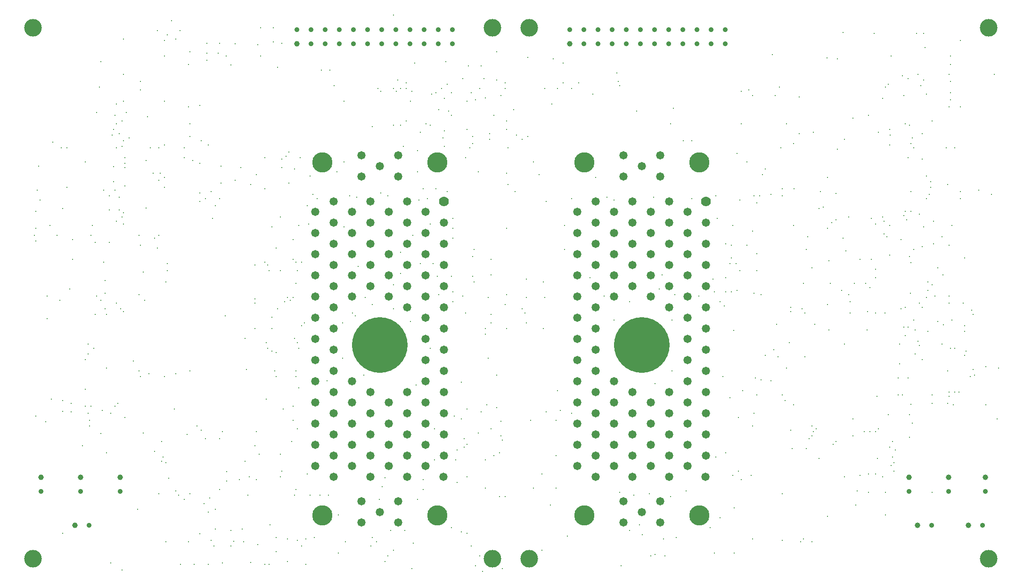
<source format=gbr>
G04 Generated by Ultiboard 14.2 *
%FSLAX24Y24*%
%MOIN*%

%ADD10C,0.0001*%
%ADD11C,0.1250*%
%ADD12C,0.1430*%
%ADD13C,0.3937*%
%ADD14C,0.0580*%
%ADD15C,0.0700*%
%ADD16C,0.0350*%
%ADD17C,0.0392*%
%ADD18C,0.0118*%


G04 ColorRGB 000000 for the following layer *
%LNDrill-Copper Top-Copper Bottom*%
%LPD*%
G54D11*
X1200Y38800D03*
X36300Y38800D03*
X68800Y38800D03*
X33700Y38800D03*
X68800Y1200D03*
X33700Y1200D03*
X36300Y1200D03*
X1200Y1200D03*
G54D12*
X40190Y29250D03*
X48310Y29250D03*
X40190Y4250D03*
X48310Y4250D03*
X21650Y29250D03*
X29770Y29250D03*
X21650Y4250D03*
X29770Y4250D03*
G54D13*
X44250Y16325D03*
X25710Y16325D03*
G54D14*
X48800Y14500D03*
X47500Y13750D03*
X47500Y7750D03*
X48750Y7000D03*
X47500Y9250D03*
X46200Y13000D03*
X48800Y13000D03*
X48800Y19000D03*
X48800Y25000D03*
X44900Y7750D03*
X45550Y5250D03*
X45550Y3750D03*
X44900Y10750D03*
X44900Y9250D03*
X44900Y12250D03*
X44250Y29000D03*
X45550Y29750D03*
X45550Y28250D03*
X43600Y13000D03*
X43600Y11500D03*
X44250Y4500D03*
X42950Y29750D03*
X42950Y28250D03*
X39700Y7750D03*
X42950Y3750D03*
X39700Y13750D03*
X39700Y10750D03*
X39700Y9250D03*
X39700Y12250D03*
X39700Y16750D03*
X39700Y15250D03*
X39700Y18250D03*
X39700Y19750D03*
X44900Y19750D03*
X47500Y19750D03*
X41000Y20500D03*
X43600Y20500D03*
X39700Y21250D03*
X44900Y21250D03*
X47500Y21250D03*
X41000Y22000D03*
X43600Y22000D03*
X46200Y22000D03*
X39700Y22750D03*
X42300Y22750D03*
X44900Y22750D03*
X41000Y23500D03*
X43600Y23500D03*
X39700Y24250D03*
X42300Y24250D03*
X44900Y24250D03*
X41000Y25000D03*
X43600Y25000D03*
X39700Y25750D03*
X42300Y25750D03*
X44900Y25750D03*
X47500Y25750D03*
X43600Y26500D03*
X41000Y26500D03*
X41000Y14500D03*
X42300Y13750D03*
X41000Y13000D03*
X41000Y11500D03*
X42300Y12250D03*
X41000Y17500D03*
X41000Y16000D03*
X48800Y20500D03*
X47500Y15250D03*
X47500Y16750D03*
X48800Y17500D03*
X48800Y16000D03*
X48800Y23500D03*
X48800Y22000D03*
X41000Y19000D03*
X42300Y19750D03*
X46200Y19000D03*
X47500Y18250D03*
X46200Y20500D03*
X42300Y21250D03*
X47500Y22750D03*
X46200Y23500D03*
X47500Y24250D03*
X46200Y25000D03*
X46200Y26500D03*
X43600Y10000D03*
X43600Y8500D03*
X43600Y7000D03*
X42300Y7750D03*
X41000Y8500D03*
X41000Y7000D03*
X41000Y10000D03*
X42300Y10750D03*
X42300Y9250D03*
X48800Y8500D03*
X46200Y8500D03*
X46200Y7000D03*
X47500Y10750D03*
X47500Y12250D03*
X46200Y11500D03*
X46200Y10000D03*
X48800Y11500D03*
X48800Y10000D03*
X42950Y5250D03*
X30260Y13000D03*
X30260Y14500D03*
X28960Y13750D03*
X28960Y7750D03*
X30210Y7000D03*
X28960Y9250D03*
X27660Y13000D03*
X30260Y19000D03*
X30260Y25000D03*
X26360Y7750D03*
X27010Y5250D03*
X27010Y3750D03*
X26360Y10750D03*
X26360Y9250D03*
X26360Y12250D03*
X25710Y29000D03*
X27010Y29750D03*
X27010Y28250D03*
X25060Y13000D03*
X25060Y11500D03*
X25710Y4500D03*
X24410Y29750D03*
X24410Y28250D03*
X21160Y7750D03*
X24410Y3750D03*
X21160Y13750D03*
X21160Y10750D03*
X21160Y9250D03*
X21160Y12250D03*
X21160Y16750D03*
X21160Y15250D03*
X21160Y18250D03*
X21160Y19750D03*
X26360Y19750D03*
X28960Y19750D03*
X22460Y20500D03*
X25060Y20500D03*
X21160Y21250D03*
X26360Y21250D03*
X28960Y21250D03*
X22460Y22000D03*
X25060Y22000D03*
X27660Y22000D03*
X21160Y22750D03*
X23760Y22750D03*
X26360Y22750D03*
X22460Y23500D03*
X25060Y23500D03*
X21160Y24250D03*
X23760Y24250D03*
X26360Y24250D03*
X22460Y25000D03*
X25060Y25000D03*
X21160Y25750D03*
X23760Y25750D03*
X26360Y25750D03*
X28960Y25750D03*
X25060Y26500D03*
X22460Y26500D03*
X22460Y14500D03*
X23760Y13750D03*
X22460Y13000D03*
X22460Y11500D03*
X23760Y12250D03*
X22460Y17500D03*
X22460Y16000D03*
X30260Y20500D03*
X28960Y15250D03*
X28960Y16750D03*
X30260Y17500D03*
X30260Y16000D03*
X30260Y23500D03*
X30260Y22000D03*
X22460Y19000D03*
X23760Y19750D03*
X27660Y19000D03*
X28960Y18250D03*
X27660Y20500D03*
X23760Y21250D03*
X28960Y22750D03*
X27660Y23500D03*
X28960Y24250D03*
X27660Y25000D03*
X27660Y26500D03*
X25060Y10000D03*
X25060Y8500D03*
X25060Y7000D03*
X23760Y7750D03*
X22460Y8500D03*
X22460Y7000D03*
X22460Y10000D03*
X23760Y10750D03*
X23760Y9250D03*
X30260Y8500D03*
X27660Y8500D03*
X27660Y7000D03*
X28960Y10750D03*
X28960Y12250D03*
X27660Y11500D03*
X27660Y10000D03*
X30260Y11500D03*
X30260Y10000D03*
X24410Y5250D03*
G54D15*
X48800Y26500D03*
X30260Y26500D03*
G54D16*
X45140Y37660D03*
X45140Y38660D03*
X39140Y38660D03*
X42140Y37660D03*
X42140Y38660D03*
X41140Y37660D03*
X40140Y37660D03*
X40140Y38660D03*
X41140Y38660D03*
X43140Y37660D03*
X44140Y37660D03*
X43140Y38660D03*
X44140Y38660D03*
X48140Y37660D03*
X48140Y38660D03*
X46140Y37660D03*
X47140Y37660D03*
X47140Y38660D03*
X46140Y38660D03*
X49140Y37660D03*
X50140Y37660D03*
X50140Y38660D03*
X49140Y38660D03*
X25860Y37660D03*
X25860Y38660D03*
X19860Y38660D03*
X22860Y37660D03*
X22860Y38660D03*
X21860Y37660D03*
X20860Y37660D03*
X20860Y38660D03*
X21860Y38660D03*
X23860Y37660D03*
X24860Y37660D03*
X23860Y38660D03*
X24860Y38660D03*
X28860Y37660D03*
X28860Y38660D03*
X26860Y37660D03*
X27860Y37660D03*
X27860Y38660D03*
X26860Y38660D03*
X29860Y37660D03*
X30860Y37660D03*
X30860Y38660D03*
X29860Y38660D03*
X5140Y3540D03*
X4540Y5940D03*
X7340Y5940D03*
X1740Y5940D03*
X64740Y3540D03*
X68340Y3540D03*
X63140Y5940D03*
X65940Y5940D03*
X68540Y5940D03*
G54D17*
X39140Y37660D03*
X19860Y37660D03*
X4140Y3540D03*
X4540Y6940D03*
X7340Y6940D03*
X1740Y6940D03*
X63740Y3540D03*
X67340Y3540D03*
X63140Y6940D03*
X65940Y6940D03*
X68540Y6940D03*
G54D18*
X30300Y33800D03*
X33800Y32600D03*
X33182Y33818D03*
X33800Y8500D03*
X11300Y14300D03*
X12300Y14500D03*
X8800Y14100D03*
X8700Y14500D03*
X19800Y14500D03*
X18400Y15800D03*
X17800Y16100D03*
X19900Y16500D03*
X24200Y21900D03*
X5100Y15700D03*
X5500Y16100D03*
X22100Y5700D03*
X5100Y16400D03*
X21500Y5700D03*
X17900Y21600D03*
X18700Y21600D03*
X19900Y21600D03*
X10100Y28000D03*
X9700Y28500D03*
X62000Y8400D03*
X64200Y35100D03*
X66100Y35000D03*
X66000Y35500D03*
X43700Y5700D03*
X59200Y11100D03*
X66100Y34200D03*
X62700Y35400D03*
X42600Y35000D03*
X39800Y34900D03*
X38700Y34900D03*
X38500Y11700D03*
X39300Y11500D03*
X52600Y26900D03*
X64500Y20800D03*
X49300Y21000D03*
X59000Y19400D03*
X49800Y19400D03*
X12300Y32000D03*
X27400Y30400D03*
X11300Y6000D03*
X11500Y5700D03*
X11900Y5400D03*
X17600Y800D03*
X12200Y2400D03*
X16580Y920D03*
X12300Y5800D03*
X14100Y3300D03*
X13000Y2950D03*
X14100Y4700D03*
X13600Y4500D03*
X20500Y2600D03*
X19900Y2500D03*
X20500Y800D03*
X16488Y7000D03*
X13100Y10300D03*
X10600Y2400D03*
X12800Y10600D03*
X8600Y4700D03*
X19200Y2600D03*
X19200Y1000D03*
X12600Y800D03*
X28600Y31400D03*
X30800Y21200D03*
X32400Y20800D03*
X31600Y19800D03*
X32300Y21200D03*
X32300Y22600D03*
X7500Y400D03*
X20200Y2100D03*
X25100Y2100D03*
X32175Y2100D03*
X19800Y20700D03*
X10600Y20800D03*
X10100Y24100D03*
X11606Y800D03*
X17100Y2200D03*
X17900Y800D03*
X14000Y2100D03*
X31600Y35200D03*
X59000Y18600D03*
X9800Y23900D03*
X19700Y16800D03*
X16200Y16800D03*
X26300Y26900D03*
X21000Y27000D03*
X20800Y28300D03*
X17000Y28400D03*
X12500Y29400D03*
X18800Y28900D03*
X52100Y10600D03*
X61700Y11400D03*
X63200Y11400D03*
X66800Y26700D03*
X64400Y26700D03*
X52400Y22800D03*
X52400Y26400D03*
X50200Y20100D03*
X49400Y20100D03*
X63100Y35200D03*
X55800Y18600D03*
X26100Y1000D03*
X1300Y24099D03*
X2900Y24100D03*
X5300Y24100D03*
X45900Y1400D03*
X8700Y24100D03*
X46300Y5600D03*
X63800Y35500D03*
X64200Y38400D03*
X69400Y11100D03*
X69500Y14700D03*
X68600Y12100D03*
X68600Y14800D03*
X69200Y35500D03*
X45800Y2600D03*
X44100Y3600D03*
X63100Y29600D03*
X54100Y30300D03*
X50600Y23400D03*
X50600Y22500D03*
X58900Y19900D03*
X55000Y24800D03*
X50700Y24800D03*
X64600Y27000D03*
X66800Y27200D03*
X69000Y27000D03*
X49400Y1600D03*
X50800Y1600D03*
X16196Y8100D03*
X6700Y900D03*
X34700Y17500D03*
X37400Y19700D03*
X55000Y30600D03*
X29800Y21200D03*
X38800Y24800D03*
X38800Y23100D03*
X17700Y16500D03*
X57500Y22300D03*
X48300Y19800D03*
X45500Y20300D03*
X60100Y20700D03*
X57482Y17400D03*
X50739Y17361D03*
X32100Y30300D03*
X32400Y23100D03*
X33300Y12100D03*
X64400Y28300D03*
X28400Y30100D03*
X37300Y17500D03*
X37300Y20800D03*
X43400Y19400D03*
X24700Y19700D03*
X18300Y14500D03*
X52200Y11500D03*
X36100Y19700D03*
X36100Y21000D03*
X10199Y28499D03*
X6900Y27900D03*
X23200Y24700D03*
X23200Y29300D03*
X34700Y19900D03*
X64200Y24700D03*
X9500Y30300D03*
X31800Y29600D03*
X30800Y32600D03*
X66800Y37900D03*
X64400Y19700D03*
X66000Y19800D03*
X33600Y18500D03*
X33600Y21300D03*
X29700Y27400D03*
X29300Y31900D03*
X25200Y31800D03*
X60500Y22400D03*
X27500Y3200D03*
X28800Y6100D03*
X13000Y26500D03*
X51191Y21600D03*
X52700Y19900D03*
X50600Y20100D03*
X14600Y900D03*
X60800Y21100D03*
X60400Y20400D03*
X57600Y20700D03*
X57400Y19200D03*
X45700Y21300D03*
X50499Y22099D03*
X27900Y18000D03*
X55013Y27400D03*
X29500Y22100D03*
X41600Y19800D03*
X3300Y12400D03*
X3300Y11612D03*
X50100Y19100D03*
X64100Y23300D03*
X4000Y22400D03*
X6200Y22200D03*
X13600Y30500D03*
X3600Y27500D03*
X6700Y11500D03*
X13400Y26700D03*
X34000Y37100D03*
X51000Y20200D03*
X59300Y20700D03*
X46400Y14500D03*
X14268Y37000D03*
X42300Y18100D03*
X50200Y21100D03*
X7700Y29200D03*
X6200Y27300D03*
X18800Y37700D03*
X7600Y25700D03*
X10500Y36800D03*
X21600Y35800D03*
X6300Y18900D03*
X6100Y11700D03*
X31900Y3000D03*
X49100Y3400D03*
X30800Y3400D03*
X6400Y14700D03*
X37900Y33400D03*
X64000Y34700D03*
X23200Y33600D03*
X27900Y33600D03*
X9200Y29400D03*
X50200Y8700D03*
X42800Y700D03*
X20600Y7200D03*
X25200Y2700D03*
X39000Y2800D03*
X18500Y18900D03*
X44300Y2900D03*
X66400Y16100D03*
X58600Y30900D03*
X61900Y36800D03*
X18400Y1700D03*
X59200Y32400D03*
X29400Y34100D03*
X19700Y28800D03*
X11600Y38600D03*
X15500Y28000D03*
X17600Y29600D03*
X23300Y2400D03*
X30500Y34800D03*
X40800Y34100D03*
X31200Y6600D03*
X8300Y15200D03*
X46300Y32000D03*
X19300Y27800D03*
X64400Y34100D03*
X46500Y33100D03*
X56800Y26000D03*
X7700Y28900D03*
X17600Y27400D03*
X45200Y1500D03*
X3300Y3000D03*
X51700Y23400D03*
X56400Y31400D03*
X37200Y1800D03*
X2400Y24800D03*
X7700Y29600D03*
X11300Y38000D03*
X53400Y27000D03*
X50200Y23500D03*
X18800Y29500D03*
X36200Y36700D03*
X36200Y31100D03*
X33000Y300D03*
X15900Y28900D03*
X35400Y31200D03*
X35200Y33000D03*
X28400Y5400D03*
X42500Y35600D03*
X27600Y34900D03*
X4900Y29300D03*
X53800Y17800D03*
X53700Y34000D03*
X27000Y35100D03*
X30800Y34200D03*
X32200Y34200D03*
X43900Y32900D03*
X2500Y12500D03*
X19600Y23800D03*
X57100Y26100D03*
X7000Y27300D03*
X22500Y34700D03*
X11000Y39300D03*
X38200Y6200D03*
X47400Y6000D03*
X18700Y7000D03*
X25500Y2400D03*
X43400Y3200D03*
X16600Y27700D03*
X13400Y9700D03*
X32800Y1400D03*
X13800Y27200D03*
X26700Y39700D03*
X47200Y30800D03*
X65500Y24000D03*
X63300Y30600D03*
X51300Y32000D03*
X34700Y31600D03*
X32300Y31100D03*
X55900Y9000D03*
X57400Y4200D03*
X49500Y8400D03*
X49800Y4100D03*
X23100Y15400D03*
X28050Y24100D03*
X6600Y23600D03*
X51000Y29900D03*
X53000Y28800D03*
X53000Y15600D03*
X51100Y11200D03*
X30600Y32900D03*
X5700Y32800D03*
X12200Y36200D03*
X7000Y32600D03*
X5400Y24800D03*
X7300Y25900D03*
X6000Y19500D03*
X7100Y19300D03*
X54400Y12400D03*
X44800Y5800D03*
X44900Y1400D03*
X64500Y20200D03*
X5900Y34600D03*
X31900Y11800D03*
X30300Y11500D03*
X52800Y28400D03*
X8800Y34400D03*
X54200Y12800D03*
X54200Y26900D03*
X47800Y30800D03*
X12200Y33200D03*
X37500Y11600D03*
X36600Y29300D03*
X32300Y30600D03*
X30200Y31000D03*
X32500Y700D03*
X21100Y2700D03*
X14400Y9700D03*
X11200Y11800D03*
X5200Y11000D03*
X1500Y27300D03*
X1600Y29000D03*
X37800Y5000D03*
X34800Y30300D03*
X30300Y30400D03*
X41000Y28200D03*
X33600Y10400D03*
X36000Y18600D03*
X33200Y17500D03*
X28000Y500D03*
X19800Y6100D03*
X11900Y30300D03*
X10500Y28200D03*
X16300Y14600D03*
X18700Y8600D03*
X28500Y26600D03*
X54500Y32000D03*
X54200Y27400D03*
X64700Y27500D03*
X53600Y16000D03*
X34400Y9600D03*
X34300Y9900D03*
X18100Y24700D03*
X19900Y10400D03*
X22800Y4300D03*
X31800Y18600D03*
X65550Y21300D03*
X13000Y29200D03*
X34400Y500D03*
X34200Y5600D03*
X34600Y5600D03*
X33600Y17900D03*
X1400Y11300D03*
X1400Y24600D03*
X1400Y23700D03*
X1400Y25800D03*
X1700Y26600D03*
X10500Y27500D03*
X10100Y30300D03*
X28100Y2300D03*
X26300Y1400D03*
X22800Y1600D03*
X34000Y11900D03*
X25900Y6300D03*
X38300Y13100D03*
X38300Y34500D03*
X39300Y34500D03*
X14900Y6700D03*
X14882Y7360D03*
X42700Y34700D03*
X4900Y15300D03*
X31700Y9700D03*
X32700Y10100D03*
X34200Y8700D03*
X10700Y22100D03*
X13300Y5100D03*
X16100Y2400D03*
X32900Y11600D03*
X17700Y12500D03*
X6900Y28950D03*
X9000Y21500D03*
X14100Y26200D03*
X46700Y2700D03*
X61800Y22700D03*
X3300Y26000D03*
X26700Y1800D03*
X26500Y3200D03*
X6875Y31600D03*
X7500Y30400D03*
X7100Y30300D03*
X66000Y33200D03*
X64900Y23500D03*
X53500Y36900D03*
X37000Y28400D03*
X32700Y28600D03*
X31900Y31600D03*
X31900Y33600D03*
X33100Y35200D03*
X34600Y34900D03*
X30300Y31500D03*
X33500Y30900D03*
X35800Y30900D03*
X33600Y22400D03*
X35800Y18900D03*
X33400Y19700D03*
X64700Y27900D03*
X33200Y17100D03*
X65900Y27700D03*
X68100Y27300D03*
X67100Y17300D03*
X64500Y17300D03*
X62500Y15000D03*
X62500Y16400D03*
X58600Y16400D03*
X51700Y29300D03*
X49500Y26900D03*
X41800Y26800D03*
X33500Y31300D03*
X7600Y35500D03*
X18100Y15900D03*
X20000Y16100D03*
X9400Y14300D03*
X38700Y36300D03*
X20100Y29600D03*
X10500Y14100D03*
X18400Y14100D03*
X19800Y14100D03*
X20600Y26200D03*
X18700Y25400D03*
X24100Y26800D03*
X21300Y26700D03*
X22700Y28600D03*
X13900Y25300D03*
X29700Y34200D03*
X29000Y32000D03*
X50909Y22091D03*
X63300Y22150D03*
X44900Y24200D03*
X7700Y11200D03*
X31500Y11100D03*
X38200Y8500D03*
X36400Y11000D03*
X38200Y11000D03*
X31500Y13700D03*
X66100Y33700D03*
X30400Y36400D03*
X31500Y3100D03*
X32000Y36100D03*
X66200Y18075D03*
X46600Y19900D03*
X33400Y15400D03*
X63800Y16600D03*
X66000Y23400D03*
X66000Y19300D03*
X63900Y19300D03*
X61800Y24800D03*
X60800Y24900D03*
X61800Y30500D03*
X34000Y35100D03*
X34000Y14200D03*
X13000Y27100D03*
X60800Y21700D03*
X52100Y34000D03*
X14850Y36800D03*
X52200Y20000D03*
X14500Y27800D03*
X58400Y20200D03*
X52400Y12800D03*
X50500Y12600D03*
X15200Y36161D03*
X14400Y26700D03*
X28200Y36300D03*
X32900Y36100D03*
X32500Y33700D03*
X33200Y8200D03*
X33200Y6200D03*
X31100Y8200D03*
X36600Y6200D03*
X56300Y10600D03*
X56300Y21800D03*
X59700Y22400D03*
X18500Y36000D03*
X6800Y31200D03*
X7500Y32200D03*
X3600Y30300D03*
X15800Y6800D03*
X51823Y34400D03*
X60500Y25300D03*
X61400Y25100D03*
X61000Y31400D03*
X61825Y31200D03*
X60300Y32600D03*
X17300Y36800D03*
X57358Y36642D03*
X17300Y38800D03*
X18200Y38800D03*
X65900Y12200D03*
X53900Y15500D03*
X60200Y17400D03*
X56500Y17800D03*
X60205Y18700D03*
X63000Y25200D03*
X13500Y36500D03*
X59500Y6000D03*
X60300Y5900D03*
X58600Y7000D03*
X63200Y9800D03*
X63300Y12130D03*
X64800Y12200D03*
X4900Y12000D03*
X5100Y11500D03*
X3900Y12200D03*
X2200Y19800D03*
X3100Y19500D03*
X5700Y19800D03*
X6300Y20000D03*
X6600Y26900D03*
X7700Y27600D03*
X7300Y31300D03*
X7800Y32800D03*
X7600Y33600D03*
X13500Y37000D03*
X13600Y800D03*
X17000Y6800D03*
X9000Y10100D03*
X17000Y10200D03*
X6600Y25900D03*
X15200Y2100D03*
X6400Y8700D03*
X9800Y8800D03*
X55800Y15500D03*
X60800Y18600D03*
X60900Y12700D03*
X13700Y5500D03*
X14400Y6100D03*
X15200Y3200D03*
X64100Y15300D03*
X65200Y18000D03*
X42700Y5900D03*
X65200Y21800D03*
X25700Y5400D03*
X64900Y25100D03*
X20800Y5700D03*
X19700Y5700D03*
X14600Y10200D03*
X5200Y10600D03*
X2100Y10900D03*
X14400Y37700D03*
X15500Y37643D03*
X17100Y37600D03*
X10000Y38600D03*
X64100Y31300D03*
X58500Y23900D03*
X29100Y26700D03*
X28800Y27400D03*
X22200Y35800D03*
X19300Y30000D03*
X14500Y29000D03*
X27200Y34500D03*
X27200Y31900D03*
X26700Y31900D03*
X34700Y28500D03*
X34700Y32200D03*
X34600Y34500D03*
X34700Y24600D03*
X52100Y24400D03*
X52200Y26900D03*
X27600Y32200D03*
X27600Y34500D03*
X37500Y26500D03*
X30100Y34500D03*
X37400Y34500D03*
X32800Y34500D03*
X35300Y27200D03*
X34300Y34000D03*
X34800Y27700D03*
X34296Y10904D03*
X49600Y25300D03*
X58000Y25200D03*
X52400Y21600D03*
X63500Y23100D03*
X27200Y21400D03*
X19800Y22200D03*
X61700Y34800D03*
X20000Y24800D03*
X62200Y8900D03*
X58100Y36600D03*
X58100Y30200D03*
X63500Y30300D03*
X59400Y5000D03*
X62100Y8000D03*
X22000Y13800D03*
X18100Y17500D03*
X10500Y30500D03*
X59700Y7100D03*
X55000Y12100D03*
X61900Y7800D03*
X57700Y25000D03*
X58000Y27050D03*
X67000Y19300D03*
X66000Y12700D03*
X60800Y10200D03*
X57400Y24600D03*
X66800Y33200D03*
X66200Y24800D03*
X67100Y22500D03*
X28600Y22100D03*
X61500Y34600D03*
X18900Y11800D03*
X8800Y23400D03*
X30900Y25300D03*
X6300Y20900D03*
X3800Y20300D03*
X42300Y26600D03*
X8000Y31000D03*
X11900Y29600D03*
X7600Y24900D03*
X7600Y18700D03*
X7200Y12200D03*
X10800Y6900D03*
X7600Y30800D03*
X13097Y30797D03*
X7500Y25400D03*
X7400Y18900D03*
X7000Y12000D03*
X10600Y8000D03*
X18400Y23200D03*
X64800Y20600D03*
X5300Y12000D03*
X10400Y8400D03*
X16900Y17500D03*
X10000Y23200D03*
X65000Y19800D03*
X19600Y22400D03*
X55400Y31300D03*
X55400Y33900D03*
X5600Y18500D03*
X5600Y23600D03*
X10700Y38300D03*
X12100Y10000D03*
X20700Y24900D03*
X61300Y33800D03*
X10300Y8100D03*
X4700Y9200D03*
X2600Y30700D03*
X3200Y30300D03*
X6000Y36400D03*
X38000Y36600D03*
X19100Y29700D03*
X63400Y31000D03*
X63200Y22600D03*
X58900Y25400D03*
X25600Y34500D03*
X26700Y34500D03*
X56000Y24000D03*
X26900Y34300D03*
X55900Y23100D03*
X29900Y33000D03*
X13000Y33300D03*
X8800Y35000D03*
X55700Y20700D03*
X25800Y34300D03*
X54800Y19000D03*
X34600Y19200D03*
X28000Y34300D03*
X54700Y16500D03*
X54500Y14700D03*
X10700Y21600D03*
X10500Y33600D03*
X51400Y13100D03*
X62400Y12800D03*
X17600Y22200D03*
X31900Y9300D03*
X62700Y12800D03*
X17800Y22000D03*
X29600Y8200D03*
X62400Y14000D03*
X16900Y22000D03*
X30500Y27200D03*
X62600Y23800D03*
X63100Y14000D03*
X20200Y22200D03*
X30900Y24600D03*
X61600Y24000D03*
X65600Y17738D03*
X27200Y22900D03*
X30900Y23900D03*
X62800Y17600D03*
X23100Y17900D03*
X29900Y19900D03*
X40600Y21100D03*
X54800Y18700D03*
X62900Y17000D03*
X63600Y15700D03*
X26700Y18900D03*
X63100Y17600D03*
X20400Y17900D03*
X23800Y18600D03*
X46400Y18100D03*
X63600Y17400D03*
X20200Y17700D03*
X19000Y19400D03*
X63900Y16300D03*
X16900Y19300D03*
X50000Y14100D03*
X65500Y16400D03*
X16900Y19600D03*
X66100Y16100D03*
X18100Y18300D03*
X31200Y8900D03*
X62100Y7400D03*
X67200Y15900D03*
X14800Y18400D03*
X31900Y7000D03*
X63400Y10800D03*
X67100Y15600D03*
X19200Y19700D03*
X29300Y24900D03*
X61400Y24200D03*
X19400Y19500D03*
X67600Y18800D03*
X19600Y19700D03*
X26700Y20600D03*
X30900Y20100D03*
X67100Y17700D03*
X67700Y14600D03*
X25200Y19200D03*
X30900Y19400D03*
X67700Y18500D03*
X24000Y18400D03*
X36100Y17900D03*
X52300Y14000D03*
X67800Y14200D03*
X24600Y14200D03*
X29300Y16100D03*
X67500Y14100D03*
X20000Y13300D03*
X28300Y13500D03*
X45200Y13600D03*
X51300Y6800D03*
X19600Y12000D03*
X31000Y11300D03*
X51100Y7400D03*
X19600Y11000D03*
X29600Y10400D03*
X19500Y9500D03*
X31700Y9100D03*
X56800Y8300D03*
X66700Y13000D03*
X61300Y7000D03*
X64100Y19000D03*
X63300Y25800D03*
X64800Y32200D03*
X54800Y10300D03*
X60800Y7200D03*
X66400Y13000D03*
X63500Y18100D03*
X63900Y25600D03*
X66400Y30300D03*
X66100Y36200D03*
X56900Y27200D03*
X62900Y25800D03*
X54900Y9000D03*
X60300Y7200D03*
X66000Y13000D03*
X62600Y18900D03*
X62800Y25500D03*
X62900Y32000D03*
X57400Y28200D03*
X58700Y23000D03*
X62900Y19000D03*
X63200Y31900D03*
X58000Y9500D03*
X57800Y9300D03*
X56100Y9700D03*
X55700Y2600D03*
X59200Y9900D03*
X56300Y9900D03*
X55500Y2400D03*
X60000Y10200D03*
X56400Y10200D03*
X60400Y10200D03*
X56600Y10400D03*
X61000Y10400D03*
X62000Y9500D03*
X61800Y9100D03*
X23600Y26900D03*
X26075Y6925D03*
X28800Y6800D03*
X9300Y32500D03*
X7100Y25100D03*
X7100Y32000D03*
X6000Y10039D03*
X9183Y26017D03*
X4900Y13200D03*
X7100Y33400D03*
X7300Y26800D03*
X3900Y11600D03*
X8677Y19900D03*
X9077Y19500D03*
X10300Y9500D03*
X6400Y18500D03*
X10100Y5800D03*
X47800Y26700D03*
X45100Y26800D03*
X50700Y7100D03*
X50800Y4800D03*
X37200Y7200D03*
X63300Y27200D03*
X61300Y25400D03*
X61449Y18600D03*
X61800Y31600D03*
X62800Y34000D03*
X63249Y20000D03*
X64100Y29500D03*
X64800Y12800D03*
X60912Y8300D03*
X65900Y14500D03*
X66300Y12100D03*
X61500Y5900D03*
X52000Y7100D03*
X53400Y13800D03*
X61500Y4300D03*
X54000Y34600D03*
X54200Y2500D03*
X52100Y2600D03*
X56300Y2400D03*
X66100Y36800D03*
X65800Y30300D03*
X55600Y18900D03*
X18800Y7400D03*
X17200Y8600D03*
X18200Y37800D03*
X17958Y3600D03*
X16000Y3300D03*
X13800Y2500D03*
X15400Y2422D03*
X18400Y2700D03*
X65900Y5900D03*
X64800Y5900D03*
X4000Y23800D03*
X12300Y37100D03*
X12300Y31100D03*
X2200Y18200D03*
X52700Y13850D03*
X51300Y34300D03*
X51200Y26600D03*
X58500Y38452D03*
X60700Y38400D03*
X63700Y38400D03*
X64300Y37400D03*
X13493Y37700D03*
X10500Y37900D03*
X7600Y38000D03*
X39300Y26700D03*
X28400Y28600D03*
X25800Y27100D03*
X16400Y5700D03*
X16900Y9200D03*
X54200Y5800D03*

M02*

</source>
